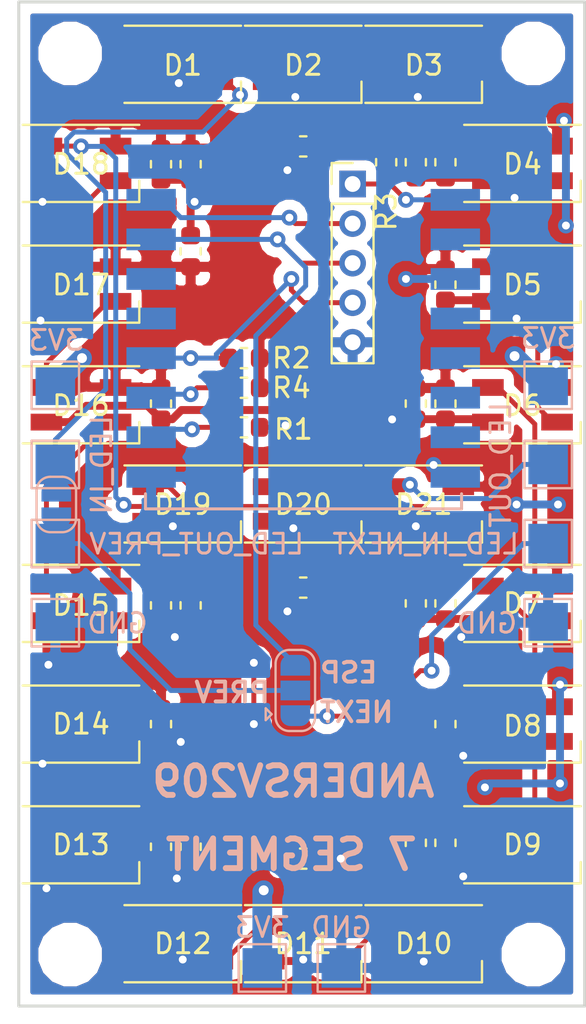
<source format=kicad_pcb>
(kicad_pcb (version 20171130) (host pcbnew "(5.0.1)-4")
  (layers (0 F.Cu signal) (31 B.Cu signal) (34 B.Paste user) (35 F.Paste user) (36 B.SilkS user) (37 F.SilkS user) (38 B.Mask user) (39 F.Mask user) (44 Edge.Cuts user))
  (net 0 "")
  (net 1 GND)
  (net 2 +3V3)
  (net 3 "Net-(D1-Pad1)")
  (net 4 "Net-(D2-Pad1)")
  (net 5 "Net-(D3-Pad1)")
  (net 6 "Net-(D4-Pad1)")
  (net 7 "Net-(D5-Pad1)")
  (net 8 "Net-(D6-Pad1)")
  (net 9 "Net-(D7-Pad1)")
  (net 10 "Net-(D8-Pad1)")
  (net 11 "Net-(D10-Pad3)")
  (net 12 "Net-(D10-Pad1)")
  (net 13 "Net-(D11-Pad1)")
  (net 14 "Net-(D12-Pad1)")
  (net 15 "Net-(D13-Pad1)")
  (net 16 "Net-(D14-Pad1)")
  (net 17 "Net-(D15-Pad1)")
  (net 18 "Net-(D16-Pad1)")
  (net 19 "Net-(D17-Pad1)")
  (net 20 "Net-(D18-Pad1)")
  (net 21 "Net-(D19-Pad1)")
  (net 22 "Net-(D20-Pad1)")
  (net 23 GPIO2)
  (net 24 GPIO0)
  (net 25 RESET)
  (net 26 GPIO15)
  (net 27 LED_IN)
  (net 28 LED_OUT)
  (net 29 LED_OUT_Prev)
  (net 30 LED_IN_NEXT)
  (net 31 ESP_LED)
  (net 32 TX)
  (module TestPoint:TestPoint_Pad_2.0x2.0mm (layer B.Cu) (at 93.33 117.325001)
    (fp_text reference TP10)
    (fp_text value GND (at 0 -2.05) (layer B.SilkS) (effects (justify mirror)))
    (pad 1 smd rect (at 0 0) (size 2 2) (layers B.Cu B.Mask) (net 1 GND))
  )
  (module TestPoint:TestPoint_Pad_2.0x2.0mm (layer B.Cu) (at 89.33 117.325001)
    (fp_text reference TP9)
    (fp_text value 3V3 (at 0 -2.05) (layer B.SilkS) (effects (justify mirror)))
    (pad 1 smd rect (at 0 0) (size 2 2) (layers B.Cu B.Mask) (net 2 +3V3))
  )
  (module Connector_PinHeader_2.00mm:PinHeader_1x05_P2.00mm_Vertical (layer F.Cu) (at 93.9 77.7)
    (fp_text reference J1)
    (fp_text value Conn_01x05)
    (pad 1 thru_hole rect (at 0 0) (size 1.35 1.35) (drill 0.8) (layers *.Cu *.Mask) (net 25 RESET))
    (pad 2 thru_hole oval (at 0 2) (size 1.35 1.35) (drill 0.8) (layers *.Cu *.Mask) (net 32 TX))
    (pad 3 thru_hole oval (at 0 4) (size 1.35 1.35) (drill 0.8) (layers *.Cu *.Mask) (net 31 ESP_LED))
    (pad 4 thru_hole oval (at 0 6) (size 1.35 1.35) (drill 0.8) (layers *.Cu *.Mask) (net 24 GPIO0))
    (pad 5 thru_hole oval (at 0 8) (size 1.35 1.35) (drill 0.8) (layers *.Cu *.Mask) (net 1 GND))
  )
  (module MountingHole:MountingHole_2.2mm_M2 (layer F.Cu) (at 103.05 71.1)
    (fp_text reference H4)
    (fp_text value MountingHole)
    (pad 1 np_thru_hole circle (at 0 0) (size 2.2 2.2) (drill 2.2) (layers *.Cu *.Mask))
  )
  (module MountingHole:MountingHole_2.2mm_M2 (layer F.Cu) (at 103.05 116.65)
    (fp_text reference H3)
    (fp_text value MountingHole)
    (pad 1 np_thru_hole circle (at 0 0) (size 2.2 2.2) (drill 2.2) (layers *.Cu *.Mask))
  )
  (module MountingHole:MountingHole_2.2mm_M2 (layer F.Cu) (at 79.6 116.65)
    (fp_text reference H2)
    (fp_text value MountingHole)
    (pad 1 np_thru_hole circle (at 0 0) (size 2.2 2.2) (drill 2.2) (layers *.Cu *.Mask))
  )
  (module MountingHole:MountingHole_2.2mm_M2 (layer F.Cu) (at 79.6 71.1)
    (fp_text reference H1)
    (fp_text value MountingHole)
    (pad 1 np_thru_hole circle (at 0 0) (size 2.2 2.2) (drill 2.2) (layers *.Cu *.Mask))
  )
  (module TestPoint:TestPoint_Pad_2.0x2.0mm (layer B.Cu) (at 103.8 99.875)
    (fp_text reference TP8)
    (fp_text value GND (at -3.1 0.025) (layer B.SilkS) (effects (justify mirror)))
    (pad 1 smd rect (at 0 0) (size 2 2) (layers B.Cu B.Mask) (net 1 GND))
  )
  (module TestPoint:TestPoint_Pad_2.0x2.0mm (layer B.Cu) (at 78.85 99.875)
    (fp_text reference TP7)
    (fp_text value GND (at 3.15 0.025) (layer B.SilkS) (effects (justify mirror)))
    (pad 1 smd rect (at 0 0) (size 2 2) (layers B.Cu B.Mask) (net 1 GND))
  )
  (module TestPoint:TestPoint_Pad_2.0x2.0mm (layer B.Cu) (at 103.8 95.875)
    (fp_text reference TP6)
    (fp_text value LED_IN_NEXT (at -6.2 0.025) (layer B.SilkS) (effects (justify mirror)))
    (pad 1 smd rect (at 0 0) (size 2 2) (layers B.Cu B.Mask) (net 30 LED_IN_NEXT))
  )
  (module TestPoint:TestPoint_Pad_2.0x2.0mm (layer B.Cu) (at 78.85 95.875)
    (fp_text reference TP5)
    (fp_text value LED_OUT_PREV (at 7.15 0.025) (layer B.SilkS) (effects (justify mirror)))
    (pad 1 smd rect (at 0 0) (size 2 2) (layers B.Cu B.Mask) (net 29 LED_OUT_Prev))
  )
  (module TestPoint:TestPoint_Pad_2.0x2.0mm (layer B.Cu) (at 103.8 91.875)
    (fp_text reference TP4)
    (fp_text value LED_OUT (at -2.4 0.025 90) (layer B.SilkS) (effects (justify mirror)))
    (pad 1 smd rect (at 0 0) (size 2 2) (layers B.Cu B.Mask) (net 28 LED_OUT))
  )
  (module TestPoint:TestPoint_Pad_2.0x2.0mm (layer B.Cu) (at 78.85 91.875)
    (fp_text reference TP3)
    (fp_text value LED_IN (at 2.35 0.025 90) (layer B.SilkS) (effects (justify mirror)))
    (pad 1 smd rect (at 0 0) (size 2 2) (layers B.Cu B.Mask) (net 27 LED_IN))
  )
  (module TestPoint:TestPoint_Pad_2.0x2.0mm (layer B.Cu) (at 78.85 87.875)
    (fp_text reference TP2)
    (fp_text value 3V3 (at 0.05 -2.275 180) (layer B.SilkS) (effects (justify mirror)))
    (pad 1 smd rect (at 0 0) (size 2 2) (layers B.Cu B.Mask) (net 2 +3V3))
  )
  (module TestPoint:TestPoint_Pad_2.0x2.0mm (layer B.Cu) (at 103.8 87.875)
    (fp_text reference TP1)
    (fp_text value 3V3 (at 0 -2.375) (layer B.SilkS) (effects (justify mirror)))
    (pad 1 smd rect (at 0 0) (size 2 2) (layers B.Cu B.Mask) (net 2 +3V3))
  )
  (module Jumper:SolderJumper-2_P1.3mm_Open_RoundedPad1.0x1.5mm (layer B.Cu) (at 78.9 93.9 270)
    (fp_text reference JP2)
    (fp_text value SolderJumper_2_Open)
    (pad 1 smd custom (at -0.65 0 270) (size 1 0.5) (layers B.Cu B.Mask) (net 27 LED_IN) (options (clearance outline) (anchor rect)) (primitives (gr_circle (center 0 -0.25) (end 0.5 -0.25) (width 0)) (gr_circle (center 0 0.25) (end 0.5 0.25) (width 0)) (gr_poly (pts (xy 0 0.75) (xy 0.5 0.75) (xy 0.5 -0.75) (xy 0 -0.75)) (width 0))))
    (pad 2 smd custom (at 0.65 0 270) (size 1 0.5) (layers B.Cu B.Mask) (net 29 LED_OUT_Prev) (options (clearance outline) (anchor rect)) (primitives (gr_circle (center 0 -0.25) (end 0.5 -0.25) (width 0)) (gr_circle (center 0 0.25) (end 0.5 0.25) (width 0)) (gr_poly (pts (xy 0 0.75) (xy -0.5 0.75) (xy -0.5 -0.75) (xy 0 -0.75)) (width 0))))
  )
  (module Jumper:SolderJumper-3_P1.3mm_Open_RoundedPad1.0x1.5mm (layer B.Cu) (at 91 103.3 90)
    (fp_text reference JP1)
    (fp_text value SolderJumper_3_Open)
    (pad 1 smd custom (at -1.3 0 90) (size 1 0.5) (layers B.Cu B.Mask) (net 30 LED_IN_NEXT) (options (clearance outline) (anchor rect)) (primitives (gr_circle (center 0 -0.25) (end 0.5 -0.25) (width 0)) (gr_circle (center 0 0.25) (end 0.5 0.25) (width 0)) (gr_poly (pts (xy 0.55 0.75) (xy 0 0.75) (xy 0 -0.75) (xy 0.55 -0.75)) (width 0))))
    (pad 3 smd custom (at 1.3 0 90) (size 1 0.5) (layers B.Cu B.Mask) (net 31 ESP_LED) (options (clearance outline) (anchor rect)) (primitives (gr_circle (center 0 -0.25) (end 0.5 -0.25) (width 0)) (gr_circle (center 0 0.25) (end 0.5 0.25) (width 0)) (gr_poly (pts (xy -0.55 0.75) (xy 0 0.75) (xy 0 -0.75) (xy -0.55 -0.75)) (width 0))))
    (pad 2 smd rect (at 0 0 90) (size 1 1.5) (layers B.Cu B.Mask) (net 29 LED_OUT_Prev))
  )
  (module ESP8266:ESP-12_SMD (layer B.Cu) (at 98.4 78.5 180)
    (fp_text reference U1)
    (fp_text value ESP-12 hide)
    (pad 16 smd rect (at 14 0 180) (size 2.5 1.1) (drill (offset 0.7 0)) (layers B.Cu B.Paste B.Mask) (net 32 TX))
    (pad 15 smd rect (at 14 -2 180) (size 2.5 1.1) (drill (offset 0.7 0)) (layers B.Cu B.Paste B.Mask) (net 31 ESP_LED))
    (pad 14 smd rect (at 14 -4 180) (size 2.5 1.1) (drill (offset 0.7 0)) (layers B.Cu B.Paste B.Mask))
    (pad 13 smd rect (at 14 -6 180) (size 2.5 1.1) (drill (offset 0.7 0)) (layers B.Cu B.Paste B.Mask))
    (pad 12 smd rect (at 14 -8 180) (size 2.5 1.1) (drill (offset 0.7 0)) (layers B.Cu B.Paste B.Mask) (net 24 GPIO0))
    (pad 11 smd rect (at 14 -10 180) (size 2.5 1.1) (drill (offset 0.7 0)) (layers B.Cu B.Paste B.Mask) (net 23 GPIO2))
    (pad 10 smd rect (at 14 -12 180) (size 2.5 1.1) (drill (offset 0.7 0)) (layers B.Cu B.Paste B.Mask) (net 26 GPIO15))
    (pad 9 smd rect (at 14 -14 180) (size 2.5 1.1) (drill (offset 0.7 0)) (layers B.Cu B.Paste B.Mask) (net 1 GND))
    (pad 8 smd rect (at 0 -14 180) (size 2.5 1.1) (drill (offset -0.7 0)) (layers B.Cu B.Paste B.Mask) (net 2 +3V3))
    (pad 7 smd rect (at 0 -12 180) (size 2.5 1.1) (drill (offset -0.7 0)) (layers B.Cu B.Paste B.Mask))
    (pad 6 smd rect (at 0 -10 180) (size 2.5 1.1) (drill (offset -0.7 0)) (layers B.Cu B.Paste B.Mask))
    (pad 5 smd rect (at 0 -8 180) (size 2.5 1.1) (drill (offset -0.7 0)) (layers B.Cu B.Paste B.Mask))
    (pad 4 smd rect (at 0 -6 180) (size 2.5 1.1) (drill (offset -0.7 0)) (layers B.Cu B.Paste B.Mask))
    (pad 3 smd rect (at 0 -4 180) (size 2.5 1.1) (drill (offset -0.7 0)) (layers B.Cu B.Paste B.Mask) (net 2 +3V3))
    (pad 2 smd rect (at 0 -2 180) (size 2.5 1.1) (drill (offset -0.7 0)) (layers B.Cu B.Paste B.Mask))
    (pad 1 smd rect (at 0 0 180) (size 2.5 1.1) (drill (offset -0.7 0)) (layers B.Cu B.Paste B.Mask) (net 25 RESET))
  )
  (module Resistor_SMD:R_0603_1608Metric (layer F.Cu) (at 88.4 90)
    (fp_text reference R4 (at 2.4 -2) (layer F.SilkS))
    (fp_text value 10K)
    (pad 2 smd roundrect (at 0.7875 0) (size 0.875 0.95) (layers F.Cu F.Paste F.Mask) (net 1 GND))
    (pad 1 smd roundrect (at -0.7875 0) (size 0.875 0.95) (layers F.Cu F.Paste F.Mask) (net 26 GPIO15))
  )
  (module Resistor_SMD:R_0603_1608Metric (layer F.Cu) (at 95.6 76.6 270)
    (fp_text reference R3 (at 2.5 0 270) (layer F.SilkS))
    (fp_text value 10K)
    (pad 1 smd roundrect (at -0.7875 0 270) (size 0.875 0.95) (layers F.Cu F.Paste F.Mask) (net 2 +3V3))
    (pad 2 smd roundrect (at 0.7875 0 270) (size 0.875 0.95) (layers F.Cu F.Paste F.Mask) (net 25 RESET))
  )
  (module Resistor_SMD:R_0603_1608Metric (layer F.Cu) (at 88.4 86.5 180)
    (fp_text reference R2 (at -2.4 0 180) (layer F.SilkS))
    (fp_text value 10K)
    (pad 1 smd roundrect (at -0.7875 0 180) (size 0.875 0.95) (layers F.Cu F.Paste F.Mask) (net 2 +3V3))
    (pad 2 smd roundrect (at 0.7875 0 180) (size 0.875 0.95) (layers F.Cu F.Paste F.Mask) (net 24 GPIO0))
  )
  (module Resistor_SMD:R_0603_1608Metric (layer F.Cu) (at 88.4 88 180)
    (fp_text reference R1 (at -2.5 -2.1 180) (layer F.SilkS))
    (fp_text value 10K)
    (pad 2 smd roundrect (at 0.7875 0 180) (size 0.875 0.95) (layers F.Cu F.Paste F.Mask) (net 23 GPIO2))
    (pad 1 smd roundrect (at -0.7875 0 180) (size 0.875 0.95) (layers F.Cu F.Paste F.Mask) (net 2 +3V3))
  )
  (module Capacitor_SMD:C_0603_1608Metric (layer F.Cu) (at 97.1 88.8 270)
    (fp_text reference C22)
    (fp_text value 100nF)
    (pad 1 smd roundrect (at -0.7875 0 270) (size 0.875 0.95) (layers F.Cu F.Paste F.Mask) (net 2 +3V3))
    (pad 2 smd roundrect (at 0.7875 0 270) (size 0.875 0.95) (layers F.Cu F.Paste F.Mask) (net 1 GND))
  )
  (module Capacitor_SMD:C_0603_1608Metric (layer F.Cu) (at 97.1 98.9 270)
    (fp_text reference C21)
    (fp_text value 100nF)
    (pad 2 smd roundrect (at 0.7875 0 270) (size 0.875 0.95) (layers F.Cu F.Paste F.Mask) (net 1 GND))
    (pad 1 smd roundrect (at -0.7875 0 270) (size 0.875 0.95) (layers F.Cu F.Paste F.Mask) (net 2 +3V3))
  )
  (module Capacitor_SMD:C_0603_1608Metric (layer F.Cu) (at 91.4 98.1 180)
    (fp_text reference C20)
    (fp_text value 100nF)
    (pad 1 smd roundrect (at -0.7875 0 180) (size 0.875 0.95) (layers F.Cu F.Paste F.Mask) (net 2 +3V3))
    (pad 2 smd roundrect (at 0.7875 0 180) (size 0.875 0.95) (layers F.Cu F.Paste F.Mask) (net 1 GND))
  )
  (module Capacitor_SMD:C_0603_1608Metric (layer F.Cu) (at 85.7 99 270)
    (fp_text reference C19)
    (fp_text value 100nF)
    (pad 2 smd roundrect (at 0.7875 0 270) (size 0.875 0.95) (layers F.Cu F.Paste F.Mask) (net 1 GND))
    (pad 1 smd roundrect (at -0.7875 0 270) (size 0.875 0.95) (layers F.Cu F.Paste F.Mask) (net 2 +3V3))
  )
  (module Capacitor_SMD:C_0603_1608Metric (layer F.Cu) (at 84.2 76.7 270)
    (fp_text reference C18)
    (fp_text value 100nF)
    (pad 1 smd roundrect (at -0.7875 0 270) (size 0.875 0.95) (layers F.Cu F.Paste F.Mask) (net 2 +3V3))
    (pad 2 smd roundrect (at 0.7875 0 270) (size 0.875 0.95) (layers F.Cu F.Paste F.Mask) (net 1 GND))
  )
  (module Capacitor_SMD:C_0603_1608Metric (layer F.Cu) (at 85.7 81.1 90)
    (fp_text reference C17)
    (fp_text value 100nF)
    (pad 2 smd roundrect (at 0.7875 0 90) (size 0.875 0.95) (layers F.Cu F.Paste F.Mask) (net 1 GND))
    (pad 1 smd roundrect (at -0.7875 0 90) (size 0.875 0.95) (layers F.Cu F.Paste F.Mask) (net 2 +3V3))
  )
  (module Capacitor_SMD:C_0603_1608Metric (layer F.Cu) (at 84.2 88.8 270)
    (fp_text reference C16)
    (fp_text value 100nF)
    (pad 1 smd roundrect (at -0.7875 0 270) (size 0.875 0.95) (layers F.Cu F.Paste F.Mask) (net 2 +3V3))
    (pad 2 smd roundrect (at 0.7875 0 270) (size 0.875 0.95) (layers F.Cu F.Paste F.Mask) (net 1 GND))
  )
  (module Capacitor_SMD:C_0603_1608Metric (layer F.Cu) (at 84.2 99 270)
    (fp_text reference C15)
    (fp_text value 100nF)
    (pad 2 smd roundrect (at 0.7875 0 270) (size 0.875 0.95) (layers F.Cu F.Paste F.Mask) (net 1 GND))
    (pad 1 smd roundrect (at -0.7875 0 270) (size 0.875 0.95) (layers F.Cu F.Paste F.Mask) (net 2 +3V3))
  )
  (module Capacitor_SMD:C_0603_1608Metric (layer F.Cu) (at 84.2 105 270)
    (fp_text reference C14)
    (fp_text value 100nF)
    (pad 2 smd roundrect (at 0.7875 0 270) (size 0.875 0.95) (layers F.Cu F.Paste F.Mask) (net 1 GND))
    (pad 1 smd roundrect (at -0.7875 0 270) (size 0.875 0.95) (layers F.Cu F.Paste F.Mask) (net 2 +3V3))
  )
  (module Capacitor_SMD:C_0603_1608Metric (layer F.Cu) (at 84.2 111.2 270)
    (fp_text reference C13)
    (fp_text value 100nF)
    (pad 2 smd roundrect (at 0.7875 0 270) (size 0.875 0.95) (layers F.Cu F.Paste F.Mask) (net 1 GND))
    (pad 1 smd roundrect (at -0.7875 0 270) (size 0.875 0.95) (layers F.Cu F.Paste F.Mask) (net 2 +3V3))
  )
  (module Capacitor_SMD:C_0603_1608Metric (layer F.Cu) (at 85.7 111.2 270)
    (fp_text reference C12)
    (fp_text value 100nF)
    (pad 1 smd roundrect (at -0.7875 0 270) (size 0.875 0.95) (layers F.Cu F.Paste F.Mask) (net 2 +3V3))
    (pad 2 smd roundrect (at 0.7875 0 270) (size 0.875 0.95) (layers F.Cu F.Paste F.Mask) (net 1 GND))
  )
  (module Capacitor_SMD:C_0603_1608Metric (layer F.Cu) (at 91.4 111.8)
    (fp_text reference C11)
    (fp_text value 100nF)
    (pad 2 smd roundrect (at 0.7875 0) (size 0.875 0.95) (layers F.Cu F.Paste F.Mask) (net 1 GND))
    (pad 1 smd roundrect (at -0.7875 0) (size 0.875 0.95) (layers F.Cu F.Paste F.Mask) (net 2 +3V3))
  )
  (module Capacitor_SMD:C_0603_1608Metric (layer F.Cu) (at 97.1 111 270)
    (fp_text reference C10)
    (fp_text value 100nF)
    (pad 1 smd roundrect (at -0.7875 0 270) (size 0.875 0.95) (layers F.Cu F.Paste F.Mask) (net 2 +3V3))
    (pad 2 smd roundrect (at 0.7875 0 270) (size 0.875 0.95) (layers F.Cu F.Paste F.Mask) (net 1 GND))
  )
  (module Capacitor_SMD:C_0603_1608Metric (layer F.Cu) (at 98.6 111 270)
    (fp_text reference C9)
    (fp_text value 100nF)
    (pad 2 smd roundrect (at 0.7875 0 270) (size 0.875 0.95) (layers F.Cu F.Paste F.Mask) (net 1 GND))
    (pad 1 smd roundrect (at -0.7875 0 270) (size 0.875 0.95) (layers F.Cu F.Paste F.Mask) (net 2 +3V3))
  )
  (module Capacitor_SMD:C_0603_1608Metric (layer F.Cu) (at 98.6 105 270)
    (fp_text reference C8)
    (fp_text value 100nF)
    (pad 1 smd roundrect (at -0.7875 0 270) (size 0.875 0.95) (layers F.Cu F.Paste F.Mask) (net 2 +3V3))
    (pad 2 smd roundrect (at 0.7875 0 270) (size 0.875 0.95) (layers F.Cu F.Paste F.Mask) (net 1 GND))
  )
  (module Capacitor_SMD:C_0603_1608Metric (layer F.Cu) (at 98.6 98.9 270)
    (fp_text reference C7)
    (fp_text value 100nF)
    (pad 2 smd roundrect (at 0.7875 0 270) (size 0.875 0.95) (layers F.Cu F.Paste F.Mask) (net 1 GND))
    (pad 1 smd roundrect (at -0.7875 0 270) (size 0.875 0.95) (layers F.Cu F.Paste F.Mask) (net 2 +3V3))
  )
  (module Capacitor_SMD:C_0603_1608Metric (layer F.Cu) (at 98.6 88.8 270)
    (fp_text reference C6)
    (fp_text value 100nF)
    (pad 1 smd roundrect (at -0.7875 0 270) (size 0.875 0.95) (layers F.Cu F.Paste F.Mask) (net 2 +3V3))
    (pad 2 smd roundrect (at 0.7875 0 270) (size 0.875 0.95) (layers F.Cu F.Paste F.Mask) (net 1 GND))
  )
  (module Capacitor_SMD:C_0603_1608Metric (layer F.Cu) (at 98.6 82.7875 270)
    (fp_text reference C5)
    (fp_text value 100nF)
    (pad 2 smd roundrect (at 0.7875 0 270) (size 0.875 0.95) (layers F.Cu F.Paste F.Mask) (net 1 GND))
    (pad 1 smd roundrect (at -0.7875 0 270) (size 0.875 0.95) (layers F.Cu F.Paste F.Mask) (net 2 +3V3))
  )
  (module Capacitor_SMD:C_0603_1608Metric (layer F.Cu) (at 98.6 76.6 270)
    (fp_text reference C4)
    (fp_text value 100nF)
    (pad 1 smd roundrect (at -0.7875 0 270) (size 0.875 0.95) (layers F.Cu F.Paste F.Mask) (net 2 +3V3))
    (pad 2 smd roundrect (at 0.7875 0 270) (size 0.875 0.95) (layers F.Cu F.Paste F.Mask) (net 1 GND))
  )
  (module Capacitor_SMD:C_0603_1608Metric (layer F.Cu) (at 97.1 76.6 270)
    (fp_text reference C3)
    (fp_text value 100nF)
    (pad 2 smd roundrect (at 0.7875 0 270) (size 0.875 0.95) (layers F.Cu F.Paste F.Mask) (net 1 GND))
    (pad 1 smd roundrect (at -0.7875 0 270) (size 0.875 0.95) (layers F.Cu F.Paste F.Mask) (net 2 +3V3))
  )
  (module Capacitor_SMD:C_0603_1608Metric (layer F.Cu) (at 91.4 75.8 180)
    (fp_text reference C2)
    (fp_text value 100nF)
    (pad 1 smd roundrect (at -0.7875 0 180) (size 0.875 0.95) (layers F.Cu F.Paste F.Mask) (net 2 +3V3))
    (pad 2 smd roundrect (at 0.7875 0 180) (size 0.875 0.95) (layers F.Cu F.Paste F.Mask) (net 1 GND))
  )
  (module Capacitor_SMD:C_0603_1608Metric (layer F.Cu) (at 85.7 76.7 270)
    (fp_text reference C1)
    (fp_text value 100nF)
    (pad 2 smd roundrect (at 0.7875 0 270) (size 0.875 0.95) (layers F.Cu F.Paste F.Mask) (net 1 GND))
    (pad 1 smd roundrect (at -0.7875 0 270) (size 0.875 0.95) (layers F.Cu F.Paste F.Mask) (net 2 +3V3))
  )
  (module mylib:LED_SK6812MINI_PLCC4_3.5x3.5mm_P1.75mm (layer F.Cu) (at 85.3 71.65)
    (fp_text reference D1 (at 0 0.05) (layer F.SilkS))
    (fp_text value SK6812MINI)
    (pad 3 smd rect (at 1.75 0.875) (size 1.6 0.85) (layers F.Cu F.Paste F.Mask) (net 27 LED_IN))
    (pad 4 smd rect (at 1.75 -0.875) (size 1.6 0.85) (layers F.Cu F.Paste F.Mask) (net 2 +3V3))
    (pad 2 smd rect (at -1.75 0.875) (size 1.6 0.85) (layers F.Cu F.Paste F.Mask) (net 1 GND))
    (pad 1 smd rect (at -1.75 -0.875) (size 1.6 0.85) (layers F.Cu F.Paste F.Mask) (net 3 "Net-(D1-Pad1)"))
  )
  (module mylib:LED_SK6812MINI_PLCC4_3.5x3.5mm_P1.75mm (layer F.Cu) (at 91.4 71.65)
    (fp_text reference D2 (at 0 0.05) (layer F.SilkS))
    (fp_text value SK6812MINI)
    (pad 1 smd rect (at -1.75 -0.875) (size 1.6 0.85) (layers F.Cu F.Paste F.Mask) (net 4 "Net-(D2-Pad1)"))
    (pad 2 smd rect (at -1.75 0.875) (size 1.6 0.85) (layers F.Cu F.Paste F.Mask) (net 1 GND))
    (pad 4 smd rect (at 1.75 -0.875) (size 1.6 0.85) (layers F.Cu F.Paste F.Mask) (net 2 +3V3))
    (pad 3 smd rect (at 1.75 0.875) (size 1.6 0.85) (layers F.Cu F.Paste F.Mask) (net 3 "Net-(D1-Pad1)"))
  )
  (module mylib:LED_SK6812MINI_PLCC4_3.5x3.5mm_P1.75mm (layer F.Cu) (at 97.5 71.65)
    (fp_text reference D3 (at 0 0.05) (layer F.SilkS))
    (fp_text value SK6812MINI)
    (pad 3 smd rect (at 1.75 0.875) (size 1.6 0.85) (layers F.Cu F.Paste F.Mask) (net 4 "Net-(D2-Pad1)"))
    (pad 4 smd rect (at 1.75 -0.875) (size 1.6 0.85) (layers F.Cu F.Paste F.Mask) (net 2 +3V3))
    (pad 2 smd rect (at -1.75 0.875) (size 1.6 0.85) (layers F.Cu F.Paste F.Mask) (net 1 GND))
    (pad 1 smd rect (at -1.75 -0.875) (size 1.6 0.85) (layers F.Cu F.Paste F.Mask) (net 5 "Net-(D3-Pad1)"))
  )
  (module mylib:LED_SK6812MINI_PLCC4_3.5x3.5mm_P1.75mm (layer F.Cu) (at 102.5 76.66)
    (fp_text reference D4 (at 0 0.04) (layer F.SilkS))
    (fp_text value SK6812MINI)
    (pad 3 smd rect (at 1.75 0.875) (size 1.6 0.85) (layers F.Cu F.Paste F.Mask) (net 5 "Net-(D3-Pad1)"))
    (pad 4 smd rect (at 1.75 -0.875) (size 1.6 0.85) (layers F.Cu F.Paste F.Mask) (net 2 +3V3))
    (pad 2 smd rect (at -1.75 0.875) (size 1.6 0.85) (layers F.Cu F.Paste F.Mask) (net 1 GND))
    (pad 1 smd rect (at -1.75 -0.875) (size 1.6 0.85) (layers F.Cu F.Paste F.Mask) (net 6 "Net-(D4-Pad1)"))
  )
  (module mylib:LED_SK6812MINI_PLCC4_3.5x3.5mm_P1.75mm (layer F.Cu) (at 102.5 82.76)
    (fp_text reference D5 (at 0 0.04) (layer F.SilkS))
    (fp_text value SK6812MINI)
    (pad 1 smd rect (at -1.75 -0.875) (size 1.6 0.85) (layers F.Cu F.Paste F.Mask) (net 7 "Net-(D5-Pad1)"))
    (pad 2 smd rect (at -1.75 0.875) (size 1.6 0.85) (layers F.Cu F.Paste F.Mask) (net 1 GND))
    (pad 4 smd rect (at 1.75 -0.875) (size 1.6 0.85) (layers F.Cu F.Paste F.Mask) (net 2 +3V3))
    (pad 3 smd rect (at 1.75 0.875) (size 1.6 0.85) (layers F.Cu F.Paste F.Mask) (net 6 "Net-(D4-Pad1)"))
  )
  (module mylib:LED_SK6812MINI_PLCC4_3.5x3.5mm_P1.75mm (layer F.Cu) (at 102.5 88.86)
    (fp_text reference D6 (at 0 0.04) (layer F.SilkS))
    (fp_text value SK6812MINI)
    (pad 3 smd rect (at 1.75 0.875) (size 1.6 0.85) (layers F.Cu F.Paste F.Mask) (net 7 "Net-(D5-Pad1)"))
    (pad 4 smd rect (at 1.75 -0.875) (size 1.6 0.85) (layers F.Cu F.Paste F.Mask) (net 2 +3V3))
    (pad 2 smd rect (at -1.75 0.875) (size 1.6 0.85) (layers F.Cu F.Paste F.Mask) (net 1 GND))
    (pad 1 smd rect (at -1.75 -0.875) (size 1.6 0.85) (layers F.Cu F.Paste F.Mask) (net 8 "Net-(D6-Pad1)"))
  )
  (module mylib:LED_SK6812MINI_PLCC4_3.5x3.5mm_P1.75mm (layer F.Cu) (at 102.5 98.9)
    (fp_text reference D7 (at 0 0) (layer F.SilkS))
    (fp_text value SK6812MINI)
    (pad 1 smd rect (at -1.75 -0.875) (size 1.6 0.85) (layers F.Cu F.Paste F.Mask) (net 9 "Net-(D7-Pad1)"))
    (pad 2 smd rect (at -1.75 0.875) (size 1.6 0.85) (layers F.Cu F.Paste F.Mask) (net 1 GND))
    (pad 4 smd rect (at 1.75 -0.875) (size 1.6 0.85) (layers F.Cu F.Paste F.Mask) (net 2 +3V3))
    (pad 3 smd rect (at 1.75 0.875) (size 1.6 0.85) (layers F.Cu F.Paste F.Mask) (net 8 "Net-(D6-Pad1)"))
  )
  (module mylib:LED_SK6812MINI_PLCC4_3.5x3.5mm_P1.75mm (layer F.Cu) (at 102.5 105)
    (fp_text reference D8 (at 0 0.1) (layer F.SilkS))
    (fp_text value SK6812MINI)
    (pad 3 smd rect (at 1.75 0.875) (size 1.6 0.85) (layers F.Cu F.Paste F.Mask) (net 9 "Net-(D7-Pad1)"))
    (pad 4 smd rect (at 1.75 -0.875) (size 1.6 0.85) (layers F.Cu F.Paste F.Mask) (net 2 +3V3))
    (pad 2 smd rect (at -1.75 0.875) (size 1.6 0.85) (layers F.Cu F.Paste F.Mask) (net 1 GND))
    (pad 1 smd rect (at -1.75 -0.875) (size 1.6 0.85) (layers F.Cu F.Paste F.Mask) (net 10 "Net-(D8-Pad1)"))
  )
  (module mylib:LED_SK6812MINI_PLCC4_3.5x3.5mm_P1.75mm (layer F.Cu) (at 102.5 111.1)
    (fp_text reference D9 (at 0 0) (layer F.SilkS))
    (fp_text value SK6812MINI)
    (pad 1 smd rect (at -1.75 -0.875) (size 1.6 0.85) (layers F.Cu F.Paste F.Mask) (net 11 "Net-(D10-Pad3)"))
    (pad 2 smd rect (at -1.75 0.875) (size 1.6 0.85) (layers F.Cu F.Paste F.Mask) (net 1 GND))
    (pad 4 smd rect (at 1.75 -0.875) (size 1.6 0.85) (layers F.Cu F.Paste F.Mask) (net 2 +3V3))
    (pad 3 smd rect (at 1.75 0.875) (size 1.6 0.85) (layers F.Cu F.Paste F.Mask) (net 10 "Net-(D8-Pad1)"))
  )
  (module mylib:LED_SK6812MINI_PLCC4_3.5x3.5mm_P1.75mm (layer F.Cu) (at 97.5 116.1)
    (fp_text reference D10 (at 0 0) (layer F.SilkS))
    (fp_text value SK6812MINI)
    (pad 3 smd rect (at 1.75 0.875) (size 1.6 0.85) (layers F.Cu F.Paste F.Mask) (net 11 "Net-(D10-Pad3)"))
    (pad 4 smd rect (at 1.75 -0.875) (size 1.6 0.85) (layers F.Cu F.Paste F.Mask) (net 2 +3V3))
    (pad 2 smd rect (at -1.75 0.875) (size 1.6 0.85) (layers F.Cu F.Paste F.Mask) (net 1 GND))
    (pad 1 smd rect (at -1.75 -0.875) (size 1.6 0.85) (layers F.Cu F.Paste F.Mask) (net 12 "Net-(D10-Pad1)"))
  )
  (module mylib:LED_SK6812MINI_PLCC4_3.5x3.5mm_P1.75mm (layer F.Cu) (at 91.4 116.1)
    (fp_text reference D11 (at 0 0) (layer F.SilkS))
    (fp_text value SK6812MINI)
    (pad 1 smd rect (at -1.75 -0.875) (size 1.6 0.85) (layers F.Cu F.Paste F.Mask) (net 13 "Net-(D11-Pad1)"))
    (pad 2 smd rect (at -1.75 0.875) (size 1.6 0.85) (layers F.Cu F.Paste F.Mask) (net 1 GND))
    (pad 4 smd rect (at 1.75 -0.875) (size 1.6 0.85) (layers F.Cu F.Paste F.Mask) (net 2 +3V3))
    (pad 3 smd rect (at 1.75 0.875) (size 1.6 0.85) (layers F.Cu F.Paste F.Mask) (net 12 "Net-(D10-Pad1)"))
  )
  (module mylib:LED_SK6812MINI_PLCC4_3.5x3.5mm_P1.75mm (layer F.Cu) (at 85.3 116.1)
    (fp_text reference D12 (at 0 0) (layer F.SilkS))
    (fp_text value SK6812MINI)
    (pad 1 smd rect (at -1.75 -0.875) (size 1.6 0.85) (layers F.Cu F.Paste F.Mask) (net 14 "Net-(D12-Pad1)"))
    (pad 2 smd rect (at -1.75 0.875) (size 1.6 0.85) (layers F.Cu F.Paste F.Mask) (net 1 GND))
    (pad 4 smd rect (at 1.75 -0.875) (size 1.6 0.85) (layers F.Cu F.Paste F.Mask) (net 2 +3V3))
    (pad 3 smd rect (at 1.75 0.875) (size 1.6 0.85) (layers F.Cu F.Paste F.Mask) (net 13 "Net-(D11-Pad1)"))
  )
  (module mylib:LED_SK6812MINI_PLCC4_3.5x3.5mm_P1.75mm (layer F.Cu) (at 80.15 111.1)
    (fp_text reference D13 (at 0 0) (layer F.SilkS))
    (fp_text value SK6812MINI)
    (pad 1 smd rect (at -1.75 -0.875) (size 1.6 0.85) (layers F.Cu F.Paste F.Mask) (net 15 "Net-(D13-Pad1)"))
    (pad 2 smd rect (at -1.75 0.875) (size 1.6 0.85) (layers F.Cu F.Paste F.Mask) (net 1 GND))
    (pad 4 smd rect (at 1.75 -0.875) (size 1.6 0.85) (layers F.Cu F.Paste F.Mask) (net 2 +3V3))
    (pad 3 smd rect (at 1.75 0.875) (size 1.6 0.85) (layers F.Cu F.Paste F.Mask) (net 14 "Net-(D12-Pad1)"))
  )
  (module mylib:LED_SK6812MINI_PLCC4_3.5x3.5mm_P1.75mm (layer F.Cu) (at 80.15 105)
    (fp_text reference D14 (at 0 0) (layer F.SilkS))
    (fp_text value SK6812MINI)
    (pad 3 smd rect (at 1.75 0.875) (size 1.6 0.85) (layers F.Cu F.Paste F.Mask) (net 15 "Net-(D13-Pad1)"))
    (pad 4 smd rect (at 1.75 -0.875) (size 1.6 0.85) (layers F.Cu F.Paste F.Mask) (net 2 +3V3))
    (pad 2 smd rect (at -1.75 0.875) (size 1.6 0.85) (layers F.Cu F.Paste F.Mask) (net 1 GND))
    (pad 1 smd rect (at -1.75 -0.875) (size 1.6 0.85) (layers F.Cu F.Paste F.Mask) (net 16 "Net-(D14-Pad1)"))
  )
  (module mylib:LED_SK6812MINI_PLCC4_3.5x3.5mm_P1.75mm (layer F.Cu) (at 80.15 98.9)
    (fp_text reference D15 (at 0 0.1) (layer F.SilkS))
    (fp_text value SK6812MINI)
    (pad 1 smd rect (at -1.75 -0.875) (size 1.6 0.85) (layers F.Cu F.Paste F.Mask) (net 17 "Net-(D15-Pad1)"))
    (pad 2 smd rect (at -1.75 0.875) (size 1.6 0.85) (layers F.Cu F.Paste F.Mask) (net 1 GND))
    (pad 4 smd rect (at 1.75 -0.875) (size 1.6 0.85) (layers F.Cu F.Paste F.Mask) (net 2 +3V3))
    (pad 3 smd rect (at 1.75 0.875) (size 1.6 0.85) (layers F.Cu F.Paste F.Mask) (net 16 "Net-(D14-Pad1)"))
  )
  (module mylib:LED_SK6812MINI_PLCC4_3.5x3.5mm_P1.75mm (layer F.Cu) (at 80.15 88.86)
    (fp_text reference D16 (at 0 0.04) (layer F.SilkS))
    (fp_text value SK6812MINI)
    (pad 3 smd rect (at 1.75 0.875) (size 1.6 0.85) (layers F.Cu F.Paste F.Mask) (net 17 "Net-(D15-Pad1)"))
    (pad 4 smd rect (at 1.75 -0.875) (size 1.6 0.85) (layers F.Cu F.Paste F.Mask) (net 2 +3V3))
    (pad 2 smd rect (at -1.75 0.875) (size 1.6 0.85) (layers F.Cu F.Paste F.Mask) (net 1 GND))
    (pad 1 smd rect (at -1.75 -0.875) (size 1.6 0.85) (layers F.Cu F.Paste F.Mask) (net 18 "Net-(D16-Pad1)"))
  )
  (module mylib:LED_SK6812MINI_PLCC4_3.5x3.5mm_P1.75mm (layer F.Cu) (at 80.15 82.76)
    (fp_text reference D17 (at 0 0.04) (layer F.SilkS))
    (fp_text value SK6812MINI)
    (pad 1 smd rect (at -1.75 -0.875) (size 1.6 0.85) (layers F.Cu F.Paste F.Mask) (net 19 "Net-(D17-Pad1)"))
    (pad 2 smd rect (at -1.75 0.875) (size 1.6 0.85) (layers F.Cu F.Paste F.Mask) (net 1 GND))
    (pad 4 smd rect (at 1.75 -0.875) (size 1.6 0.85) (layers F.Cu F.Paste F.Mask) (net 2 +3V3))
    (pad 3 smd rect (at 1.75 0.875) (size 1.6 0.85) (layers F.Cu F.Paste F.Mask) (net 18 "Net-(D16-Pad1)"))
  )
  (module mylib:LED_SK6812MINI_PLCC4_3.5x3.5mm_P1.75mm (layer F.Cu) (at 80.15 76.66)
    (fp_text reference D18 (at 0 0.04) (layer F.SilkS))
    (fp_text value SK6812MINI)
    (pad 3 smd rect (at 1.75 0.875) (size 1.6 0.85) (layers F.Cu F.Paste F.Mask) (net 19 "Net-(D17-Pad1)"))
    (pad 4 smd rect (at 1.75 -0.875) (size 1.6 0.85) (layers F.Cu F.Paste F.Mask) (net 2 +3V3))
    (pad 2 smd rect (at -1.75 0.875) (size 1.6 0.85) (layers F.Cu F.Paste F.Mask) (net 1 GND))
    (pad 1 smd rect (at -1.75 -0.875) (size 1.6 0.85) (layers F.Cu F.Paste F.Mask) (net 20 "Net-(D18-Pad1)"))
  )
  (module mylib:LED_SK6812MINI_PLCC4_3.5x3.5mm_P1.75mm (layer F.Cu) (at 85.3 93.875)
    (fp_text reference D19 (at 0 0.025) (layer F.SilkS))
    (fp_text value SK6812MINI)
    (pad 1 smd rect (at -1.75 -0.875) (size 1.6 0.85) (layers F.Cu F.Paste F.Mask) (net 21 "Net-(D19-Pad1)"))
    (pad 2 smd rect (at -1.75 0.875) (size 1.6 0.85) (layers F.Cu F.Paste F.Mask) (net 1 GND))
    (pad 4 smd rect (at 1.75 -0.875) (size 1.6 0.85) (layers F.Cu F.Paste F.Mask) (net 2 +3V3))
    (pad 3 smd rect (at 1.75 0.875) (size 1.6 0.85) (layers F.Cu F.Paste F.Mask) (net 20 "Net-(D18-Pad1)"))
  )
  (module mylib:LED_SK6812MINI_PLCC4_3.5x3.5mm_P1.75mm (layer F.Cu) (at 91.4 93.875)
    (fp_text reference D20 (at 0 0.025) (layer F.SilkS))
    (fp_text value SK6812MINI)
    (pad 3 smd rect (at 1.75 0.875) (size 1.6 0.85) (layers F.Cu F.Paste F.Mask) (net 21 "Net-(D19-Pad1)"))
    (pad 4 smd rect (at 1.75 -0.875) (size 1.6 0.85) (layers F.Cu F.Paste F.Mask) (net 2 +3V3))
    (pad 2 smd rect (at -1.75 0.875) (size 1.6 0.85) (layers F.Cu F.Paste F.Mask) (net 1 GND))
    (pad 1 smd rect (at -1.75 -0.875) (size 1.6 0.85) (layers F.Cu F.Paste F.Mask) (net 22 "Net-(D20-Pad1)"))
  )
  (module mylib:LED_SK6812MINI_PLCC4_3.5x3.5mm_P1.75mm (layer F.Cu) (at 97.5 93.875)
    (fp_text reference D21 (at 0 0.025) (layer F.SilkS))
    (fp_text value SK6812MINI)
    (pad 1 smd rect (at -1.75 -0.875) (size 1.6 0.85) (layers F.Cu F.Paste F.Mask) (net 28 LED_OUT))
    (pad 2 smd rect (at -1.75 0.875) (size 1.6 0.85) (layers F.Cu F.Paste F.Mask) (net 1 GND))
    (pad 4 smd rect (at 1.75 -0.875) (size 1.6 0.85) (layers F.Cu F.Paste F.Mask) (net 2 +3V3))
    (pad 3 smd rect (at 1.75 0.875) (size 1.6 0.85) (layers F.Cu F.Paste F.Mask) (net 22 "Net-(D20-Pad1)"))
  )
  (gr_text "7 SEGMENT" (at 90.8 111.6) (layer B.SilkS) (effects (font (size 1.5 1.5) (thickness 0.3)) (justify mirror)))
  (gr_text ANDERSV209 (at 90.9 107.9) (layer B.SilkS) (effects (font (size 1.5 1.5) (thickness 0.3)) (justify mirror)))
  (gr_text PREV (at 87.8 103.4) (layer B.SilkS) (effects (font (size 1 1) (thickness 0.2)) (justify mirror)))
  (gr_text NEXT (at 94.1 104.4) (layer B.SilkS) (effects (font (size 1 1) (thickness 0.2)) (justify mirror)))
  (gr_text ESP (at 93.7 102.4) (layer B.SilkS) (effects (font (size 1 1) (thickness 0.2)) (justify mirror)))
  (gr_line (start 77 68.5) (end 77 119.25) (layer Edge.Cuts) (width 0.15))
  (gr_line (start 105.65 68.5) (end 77 68.5) (layer Edge.Cuts) (width 0.15))
  (gr_line (start 105.65 119.25) (end 105.65 68.5) (layer Edge.Cuts) (width 0.15))
  (gr_line (start 77 119.25) (end 105.65 119.25) (layer Edge.Cuts) (width 0.15))
  (via (at 90.5 89.9) (size 0.8) (drill 0.4) (layers F.Cu B.Cu) (net 1))
  (segment (start 89.1875 90) (end 90.4 90) (width 0.25) (layer F.Cu) (net 1))
  (segment (start 90.4 90) (end 90.5 89.9) (width 0.25) (layer F.Cu) (net 1))
  (via (at 85.3 116.9) (size 0.8) (drill 0.4) (layers F.Cu B.Cu) (net 1))
  (segment (start 83.55 116.975) (end 85.225 116.975) (width 0.4) (layer F.Cu) (net 1))
  (segment (start 85.225 116.975) (end 85.3 116.9) (width 0.4) (layer F.Cu) (net 1))
  (via (at 91.4 116.9) (size 0.8) (drill 0.4) (layers F.Cu B.Cu) (net 1))
  (segment (start 89.65 116.975) (end 91.325 116.975) (width 0.4) (layer F.Cu) (net 1))
  (segment (start 91.325 116.975) (end 91.4 116.9) (width 0.4) (layer F.Cu) (net 1))
  (via (at 97.5 117) (size 0.8) (drill 0.4) (layers F.Cu B.Cu) (net 1))
  (segment (start 95.75 116.975) (end 97.475 116.975) (width 0.4) (layer F.Cu) (net 1))
  (segment (start 97.475 116.975) (end 97.5 117) (width 0.4) (layer F.Cu) (net 1))
  (via (at 78.4 113.3) (size 0.8) (drill 0.4) (layers F.Cu B.Cu) (net 1))
  (segment (start 78.4 111.975) (end 78.4 113.3) (width 0.4) (layer F.Cu) (net 1))
  (via (at 85 112.8) (size 0.8) (drill 0.4) (layers F.Cu B.Cu) (net 1))
  (segment (start 85 111.9875) (end 85 112.8) (width 0.4) (layer F.Cu) (net 1))
  (segment (start 84.2 111.9875) (end 85 111.9875) (width 0.4) (layer F.Cu) (net 1))
  (segment (start 85 111.9875) (end 85.7 111.9875) (width 0.4) (layer F.Cu) (net 1))
  (via (at 93.3 111.8) (size 0.8) (drill 0.4) (layers F.Cu B.Cu) (net 1))
  (segment (start 92.1875 111.8) (end 93.3 111.8) (width 0.4) (layer F.Cu) (net 1))
  (segment (start 97.1 111.7875) (end 98.6 111.7875) (width 0.4) (layer F.Cu) (net 1))
  (segment (start 100.5625 111.7875) (end 100.75 111.975) (width 0.4) (layer F.Cu) (net 1))
  (via (at 99.5 112.7) (size 0.8) (drill 0.4) (layers F.Cu B.Cu) (net 1))
  (segment (start 99.6 112.6) (end 99.5 112.7) (width 0.4) (layer F.Cu) (net 1))
  (segment (start 99.6 111.7875) (end 99.6 112.6) (width 0.4) (layer F.Cu) (net 1))
  (segment (start 98.6 111.7875) (end 99.6 111.7875) (width 0.4) (layer F.Cu) (net 1))
  (segment (start 99.6 111.7875) (end 100.5625 111.7875) (width 0.4) (layer F.Cu) (net 1))
  (segment (start 98.6875 105.875) (end 98.6 105.7875) (width 0.4) (layer F.Cu) (net 1))
  (via (at 99.5 106.6) (size 0.8) (drill 0.4) (layers F.Cu B.Cu) (net 1))
  (segment (start 99.6 106.5) (end 99.5 106.6) (width 0.4) (layer F.Cu) (net 1))
  (segment (start 99.6 105.875) (end 99.6 106.5) (width 0.4) (layer F.Cu) (net 1))
  (segment (start 100.75 105.875) (end 99.6 105.875) (width 0.4) (layer F.Cu) (net 1))
  (segment (start 99.6 105.875) (end 98.6875 105.875) (width 0.4) (layer F.Cu) (net 1))
  (segment (start 97.1 99.6875) (end 98.6 99.6875) (width 0.4) (layer F.Cu) (net 1))
  (segment (start 100.6625 99.6875) (end 100.75 99.775) (width 0.4) (layer F.Cu) (net 1))
  (via (at 99.4 100.6) (size 0.8) (drill 0.4) (layers F.Cu B.Cu) (net 1))
  (segment (start 99.5 100.5) (end 99.4 100.6) (width 0.4) (layer F.Cu) (net 1))
  (segment (start 99.5 99.6875) (end 99.5 100.5) (width 0.4) (layer F.Cu) (net 1))
  (segment (start 98.6 99.6875) (end 99.5 99.6875) (width 0.4) (layer F.Cu) (net 1))
  (segment (start 99.5 99.6875) (end 100.6625 99.6875) (width 0.4) (layer F.Cu) (net 1))
  (via (at 84.9 100.6) (size 0.8) (drill 0.4) (layers F.Cu B.Cu) (net 1))
  (segment (start 84.9 99.7875) (end 84.9 100.6) (width 0.4) (layer F.Cu) (net 1))
  (segment (start 85.7 99.7875) (end 84.9 99.7875) (width 0.4) (layer F.Cu) (net 1))
  (segment (start 84.9 99.7875) (end 84.2 99.7875) (width 0.4) (layer F.Cu) (net 1))
  (via (at 85.2 105.9) (size 0.8) (drill 0.4) (layers F.Cu B.Cu) (net 1))
  (segment (start 84.2 105.7875) (end 85.0875 105.7875) (width 0.4) (layer F.Cu) (net 1))
  (segment (start 85.0875 105.7875) (end 85.2 105.9) (width 0.4) (layer F.Cu) (net 1))
  (via (at 78.2 107) (size 0.8) (drill 0.4) (layers F.Cu B.Cu) (net 1))
  (segment (start 78.4 105.875) (end 78.4 106.8) (width 0.4) (layer F.Cu) (net 1))
  (segment (start 78.4 106.8) (end 78.2 107) (width 0.4) (layer F.Cu) (net 1))
  (segment (start 97.1 89.5875) (end 98.6 89.5875) (width 0.4) (layer F.Cu) (net 1))
  (segment (start 100.6025 89.5875) (end 100.75 89.735) (width 0.4) (layer F.Cu) (net 1))
  (segment (start 98.6 89.5875) (end 100.6025 89.5875) (width 0.4) (layer F.Cu) (net 1))
  (segment (start 100.69 83.575) (end 100.75 83.635) (width 0.4) (layer F.Cu) (net 1))
  (segment (start 98.6 83.575) (end 100.69 83.575) (width 0.4) (layer F.Cu) (net 1))
  (via (at 102.2 84.5) (size 0.8) (drill 0.4) (layers F.Cu B.Cu) (net 1))
  (segment (start 100.75 83.635) (end 101.335 83.635) (width 0.4) (layer F.Cu) (net 1))
  (segment (start 101.335 83.635) (end 102.2 84.5) (width 0.4) (layer F.Cu) (net 1))
  (segment (start 97.1 77.3875) (end 98.6 77.3875) (width 0.4) (layer F.Cu) (net 1))
  (segment (start 100.6025 77.3875) (end 100.75 77.535) (width 0.4) (layer F.Cu) (net 1))
  (segment (start 98.6 77.3875) (end 100.6025 77.3875) (width 0.4) (layer F.Cu) (net 1))
  (via (at 102.1 78.4) (size 0.8) (drill 0.4) (layers F.Cu B.Cu) (net 1))
  (segment (start 100.75 77.535) (end 101.235 77.535) (width 0.4) (layer F.Cu) (net 1))
  (segment (start 101.235 77.535) (end 102.1 78.4) (width 0.4) (layer F.Cu) (net 1))
  (via (at 97.2 73.3) (size 0.8) (drill 0.4) (layers F.Cu B.Cu) (net 1))
  (segment (start 95.75 72.525) (end 96.425 72.525) (width 0.4) (layer F.Cu) (net 1))
  (segment (start 96.425 72.525) (end 97.2 73.3) (width 0.4) (layer F.Cu) (net 1))
  (via (at 91 73.3) (size 0.8) (drill 0.4) (layers F.Cu B.Cu) (net 1))
  (segment (start 89.65 72.525) (end 90.225 72.525) (width 0.4) (layer F.Cu) (net 1))
  (segment (start 90.225 72.525) (end 91 73.3) (width 0.4) (layer F.Cu) (net 1))
  (via (at 90.6 77) (size 0.8) (drill 0.4) (layers F.Cu B.Cu) (net 1))
  (segment (start 90.6125 75.8) (end 90.6125 76.9875) (width 0.4) (layer F.Cu) (net 1))
  (segment (start 90.6125 76.9875) (end 90.6 77) (width 0.4) (layer F.Cu) (net 1))
  (segment (start 85.7 77.4875) (end 84.2 77.4875) (width 0.4) (layer F.Cu) (net 1))
  (via (at 85.9 78.6) (size 0.8) (drill 0.4) (layers F.Cu B.Cu) (net 1))
  (segment (start 85.7 77.4875) (end 85.7 78.4) (width 0.4) (layer F.Cu) (net 1))
  (segment (start 85.7 78.4) (end 85.9 78.6) (width 0.4) (layer F.Cu) (net 1))
  (via (at 78.1 84.6) (size 0.8) (drill 0.4) (layers F.Cu B.Cu) (net 1))
  (segment (start 78.4 83.635) (end 78.4 84.3) (width 0.4) (layer F.Cu) (net 1))
  (segment (start 78.4 84.3) (end 78.1 84.6) (width 0.4) (layer F.Cu) (net 1))
  (segment (start 83.738388 89.125888) (end 84.2 89.5875) (width 0.4) (layer F.Cu) (net 1))
  (segment (start 83.522499 88.909999) (end 83.738388 89.125888) (width 0.4) (layer F.Cu) (net 1))
  (segment (start 80.425001 88.909999) (end 83.522499 88.909999) (width 0.4) (layer F.Cu) (net 1))
  (segment (start 79.6 89.735) (end 80.425001 88.909999) (width 0.4) (layer F.Cu) (net 1))
  (segment (start 78.4 89.735) (end 79.6 89.735) (width 0.4) (layer F.Cu) (net 1))
  (via (at 78.2 78.6) (size 0.8) (drill 0.4) (layers F.Cu B.Cu) (net 1))
  (segment (start 78.4 77.535) (end 78.4 78.4) (width 0.4) (layer F.Cu) (net 1))
  (segment (start 78.4 78.4) (end 78.2 78.6) (width 0.4) (layer F.Cu) (net 1))
  (via (at 85.1 72.6) (size 0.8) (drill 0.4) (layers F.Cu B.Cu) (net 1))
  (segment (start 83.55 72.525) (end 85.025 72.525) (width 0.4) (layer F.Cu) (net 1))
  (segment (start 85.025 72.525) (end 85.1 72.6) (width 0.4) (layer F.Cu) (net 1))
  (segment (start 85.23751 89.12499) (end 89.72499 89.12499) (width 0.4) (layer F.Cu) (net 1))
  (segment (start 89.72499 89.12499) (end 90.100001 89.500001) (width 0.4) (layer F.Cu) (net 1))
  (segment (start 84.775 89.5875) (end 85.23751 89.12499) (width 0.4) (layer F.Cu) (net 1))
  (segment (start 84.2 89.5875) (end 84.775 89.5875) (width 0.4) (layer F.Cu) (net 1))
  (segment (start 90.100001 89.500001) (end 90.5 89.9) (width 0.4) (layer F.Cu) (net 1))
  (via (at 97.1 95) (size 0.8) (drill 0.4) (layers F.Cu B.Cu) (net 1))
  (segment (start 95.75 94.75) (end 96.85 94.75) (width 0.4) (layer F.Cu) (net 1))
  (segment (start 96.85 94.75) (end 97.1 95) (width 0.4) (layer F.Cu) (net 1))
  (via (at 90.9 95.1) (size 0.8) (drill 0.4) (layers F.Cu B.Cu) (net 1))
  (segment (start 89.65 94.75) (end 90.55 94.75) (width 0.4) (layer F.Cu) (net 1))
  (segment (start 90.55 94.75) (end 90.9 95.1) (width 0.4) (layer F.Cu) (net 1))
  (via (at 90.6 99.3) (size 0.8) (drill 0.4) (layers F.Cu B.Cu) (net 1))
  (segment (start 90.6125 98.1) (end 90.6125 99.2875) (width 0.4) (layer F.Cu) (net 1))
  (segment (start 90.6125 99.2875) (end 90.6 99.3) (width 0.4) (layer F.Cu) (net 1))
  (segment (start 85.7 78.8) (end 85.9 78.6) (width 0.4) (layer F.Cu) (net 1))
  (segment (start 85.7 80.3125) (end 85.7 78.8) (width 0.4) (layer F.Cu) (net 1))
  (via (at 84.8 95) (size 0.8) (drill 0.4) (layers F.Cu B.Cu) (net 1))
  (segment (start 83.55 94.75) (end 84.55 94.75) (width 0.4) (layer F.Cu) (net 1))
  (segment (start 84.55 94.75) (end 84.8 95) (width 0.4) (layer F.Cu) (net 1))
  (via (at 78.5 102) (size 0.8) (drill 0.4) (layers F.Cu B.Cu) (net 1))
  (segment (start 78.4 99.775) (end 78.4 101.9) (width 0.4) (layer F.Cu) (net 1))
  (segment (start 78.4 101.9) (end 78.5 102) (width 0.4) (layer F.Cu) (net 1))
  (via (at 95.9 89.6) (size 0.8) (drill 0.4) (layers F.Cu B.Cu) (net 1))
  (segment (start 97.1 89.5875) (end 95.9125 89.5875) (width 0.4) (layer F.Cu) (net 1))
  (segment (start 95.9125 89.5875) (end 95.9 89.6) (width 0.4) (layer F.Cu) (net 1))
  (segment (start 88.9 101.9) (end 88.9 105) (width 0.25) (layer F.Cu) (net 1))
  (via (at 88.9 105) (size 0.8) (drill 0.4) (layers F.Cu B.Cu) (net 1))
  (via (at 88.9 101.9) (size 0.8) (drill 0.4) (layers F.Cu B.Cu) (net 1))
  (via (at 80.2 86.5) (size 1) (drill 0.5) (layers F.Cu B.Cu) (net 2))
  (segment (start 78.85 87.875) (end 78.85 87.85) (width 1) (layer B.Cu) (net 2))
  (segment (start 78.85 87.85) (end 80.2 86.5) (width 1) (layer B.Cu) (net 2))
  (via (at 102.1 86.4) (size 1) (drill 0.5) (layers F.Cu B.Cu) (net 2))
  (segment (start 103.8 87.875) (end 103.575 87.875) (width 1) (layer B.Cu) (net 2))
  (segment (start 103.575 87.875) (end 102.1 86.4) (width 1) (layer B.Cu) (net 2))
  (via (at 104.4 108) (size 0.8) (drill 0.4) (layers F.Cu B.Cu) (net 2))
  (segment (start 104.25 110.225) (end 104.25 108.15) (width 0.4) (layer F.Cu) (net 2))
  (segment (start 104.25 108.15) (end 104.4 108) (width 0.4) (layer F.Cu) (net 2))
  (via (at 104.4 103) (size 0.8) (drill 0.4) (layers F.Cu B.Cu) (net 2))
  (segment (start 104.25 104.125) (end 104.25 103.15) (width 0.4) (layer F.Cu) (net 2))
  (segment (start 104.25 103.15) (end 104.4 103) (width 0.4) (layer F.Cu) (net 2))
  (segment (start 104.4 103.565685) (end 104.4 108) (width 0.4) (layer B.Cu) (net 2))
  (segment (start 104.4 103) (end 104.4 103.565685) (width 0.4) (layer B.Cu) (net 2))
  (via (at 100.6 108.2) (size 0.8) (drill 0.4) (layers F.Cu B.Cu) (net 2))
  (segment (start 104.4 108) (end 100.8 108) (width 0.4) (layer B.Cu) (net 2))
  (segment (start 100.8 108) (end 100.6 108.2) (width 0.4) (layer B.Cu) (net 2))
  (via (at 104.3 93.9) (size 0.8) (drill 0.4) (layers F.Cu B.Cu) (net 2))
  (segment (start 104.25 98.025) (end 104.25 93.95) (width 0.4) (layer F.Cu) (net 2))
  (segment (start 104.25 93.95) (end 104.3 93.9) (width 0.4) (layer F.Cu) (net 2))
  (segment (start 104.3 93.9) (end 102.2 93.9) (width 0.4) (layer B.Cu) (net 2))
  (via (at 102.2 93.9) (size 0.8) (drill 0.4) (layers F.Cu B.Cu) (net 2))
  (via (at 98 91.9) (size 0.8) (drill 0.4) (layers F.Cu B.Cu) (net 2))
  (segment (start 98.4 92.5) (end 98.4 92.3) (width 0.4) (layer B.Cu) (net 2))
  (segment (start 98.4 92.3) (end 98 91.9) (width 0.4) (layer B.Cu) (net 2))
  (segment (start 104.25 81.06) (end 104.6 80.71) (width 0.4) (layer F.Cu) (net 2))
  (segment (start 104.25 81.885) (end 104.25 81.06) (width 0.4) (layer F.Cu) (net 2))
  (via (at 104.7 79.8) (size 0.8) (drill 0.4) (layers F.Cu B.Cu) (net 2))
  (segment (start 104.6 80.71) (end 104.6 79.9) (width 0.4) (layer F.Cu) (net 2))
  (segment (start 104.6 79.9) (end 104.7 79.8) (width 0.4) (layer F.Cu) (net 2))
  (via (at 104.6 74.5) (size 0.8) (drill 0.4) (layers F.Cu B.Cu) (net 2))
  (segment (start 104.7 79.8) (end 104.7 74.6) (width 0.4) (layer B.Cu) (net 2))
  (segment (start 104.7 74.6) (end 104.6 74.5) (width 0.4) (layer B.Cu) (net 2))
  (via (at 96.6 82.5) (size 0.8) (drill 0.4) (layers F.Cu B.Cu) (net 2))
  (segment (start 98.4 82.5) (end 96.6 82.5) (width 0.4) (layer B.Cu) (net 2))
  (via (at 104.2 86.8) (size 0.8) (drill 0.4) (layers F.Cu B.Cu) (net 2))
  (segment (start 104.25 87.985) (end 104.25 86.85) (width 0.4) (layer F.Cu) (net 2))
  (segment (start 104.25 86.85) (end 104.2 86.8) (width 0.4) (layer F.Cu) (net 2))
  (segment (start 104.2 87.475) (end 103.8 87.875) (width 0.4) (layer B.Cu) (net 2))
  (segment (start 104.2 86.8) (end 104.2 87.475) (width 0.4) (layer B.Cu) (net 2))
  (via (at 89.4 113.4) (size 1) (drill 0.5) (layers F.Cu B.Cu) (net 2))
  (segment (start 89.33 117.325001) (end 89.33 113.47) (width 1) (layer B.Cu) (net 2))
  (segment (start 89.33 113.47) (end 89.4 113.4) (width 1) (layer B.Cu) (net 2))
  (segment (start 91.81359 72.525) (end 92.1 72.525) (width 0.25) (layer F.Cu) (net 3))
  (segment (start 92.1 72.525) (end 93.15 72.525) (width 0.25) (layer F.Cu) (net 3))
  (segment (start 85.599999 71.774999) (end 91.063589 71.774999) (width 0.25) (layer F.Cu) (net 3))
  (segment (start 84.6 70.775) (end 85.599999 71.774999) (width 0.25) (layer F.Cu) (net 3))
  (segment (start 83.55 70.775) (end 84.6 70.775) (width 0.25) (layer F.Cu) (net 3))
  (segment (start 91.063589 71.774999) (end 91.81359 72.525) (width 0.25) (layer F.Cu) (net 3))
  (segment (start 97.91359 72.525) (end 98.2 72.525) (width 0.25) (layer F.Cu) (net 4))
  (segment (start 98.2 72.525) (end 99.25 72.525) (width 0.25) (layer F.Cu) (net 4))
  (segment (start 97.163589 71.774999) (end 97.91359 72.525) (width 0.25) (layer F.Cu) (net 4))
  (segment (start 91.699999 71.774999) (end 97.163589 71.774999) (width 0.25) (layer F.Cu) (net 4))
  (segment (start 90.7 70.775) (end 91.699999 71.774999) (width 0.25) (layer F.Cu) (net 4))
  (segment (start 89.65 70.775) (end 90.7 70.775) (width 0.25) (layer F.Cu) (net 4))
  (segment (start 103.875 77.535) (end 104.25 77.535) (width 0.25) (layer F.Cu) (net 5))
  (segment (start 103.124999 74.589997) (end 103.124999 76.784999) (width 0.25) (layer F.Cu) (net 5))
  (segment (start 97.799999 71.774999) (end 100.310001 71.774999) (width 0.25) (layer F.Cu) (net 5))
  (segment (start 95.75 70.775) (end 96.8 70.775) (width 0.25) (layer F.Cu) (net 5))
  (segment (start 100.310001 71.774999) (end 103.124999 74.589997) (width 0.25) (layer F.Cu) (net 5))
  (segment (start 103.124999 76.784999) (end 103.875 77.535) (width 0.25) (layer F.Cu) (net 5))
  (segment (start 96.8 70.775) (end 97.799999 71.774999) (width 0.25) (layer F.Cu) (net 5))
  (segment (start 103.875 83.635) (end 104.25 83.635) (width 0.25) (layer F.Cu) (net 6))
  (segment (start 103.124999 82.884999) (end 103.875 83.635) (width 0.25) (layer F.Cu) (net 6))
  (segment (start 103.124999 77.784999) (end 103.124999 82.884999) (width 0.25) (layer F.Cu) (net 6))
  (segment (start 101.125 75.785) (end 103.124999 77.784999) (width 0.25) (layer F.Cu) (net 6))
  (segment (start 100.75 75.785) (end 101.125 75.785) (width 0.25) (layer F.Cu) (net 6))
  (segment (start 104.025 89.735) (end 104.4 89.735) (width 0.25) (layer F.Cu) (net 7))
  (segment (start 103.274999 88.984999) (end 104.025 89.735) (width 0.25) (layer F.Cu) (net 7))
  (segment (start 103.274999 84.409999) (end 103.274999 88.984999) (width 0.25) (layer F.Cu) (net 7))
  (segment (start 101.8 82.935) (end 103.274999 84.409999) (width 0.25) (layer F.Cu) (net 7))
  (segment (start 101.8 82.56) (end 101.8 82.935) (width 0.25) (layer F.Cu) (net 7))
  (segment (start 101.125 81.885) (end 101.8 82.56) (width 0.25) (layer F.Cu) (net 7))
  (segment (start 100.75 81.885) (end 101.125 81.885) (width 0.25) (layer F.Cu) (net 7))
  (segment (start 103.875 99.775) (end 104.25 99.775) (width 0.25) (layer F.Cu) (net 8))
  (segment (start 103.124999 99.024999) (end 103.875 99.775) (width 0.25) (layer F.Cu) (net 8))
  (segment (start 103.124999 89.834999) (end 103.124999 99.024999) (width 0.25) (layer F.Cu) (net 8))
  (segment (start 101.275 87.985) (end 103.124999 89.834999) (width 0.25) (layer F.Cu) (net 8))
  (segment (start 100.9 87.985) (end 101.275 87.985) (width 0.25) (layer F.Cu) (net 8))
  (segment (start 103.875 105.875) (end 104.25 105.875) (width 0.25) (layer F.Cu) (net 9))
  (segment (start 103.124999 105.124999) (end 103.875 105.875) (width 0.25) (layer F.Cu) (net 9))
  (segment (start 103.124999 100.024999) (end 103.124999 105.124999) (width 0.25) (layer F.Cu) (net 9))
  (segment (start 101.125 98.025) (end 103.124999 100.024999) (width 0.25) (layer F.Cu) (net 9))
  (segment (start 100.75 98.025) (end 101.125 98.025) (width 0.25) (layer F.Cu) (net 9))
  (segment (start 103.875 111.975) (end 104.25 111.975) (width 0.25) (layer F.Cu) (net 10))
  (segment (start 103.124999 111.224999) (end 103.875 111.975) (width 0.25) (layer F.Cu) (net 10))
  (segment (start 103.124999 106.124999) (end 103.124999 111.224999) (width 0.25) (layer F.Cu) (net 10))
  (segment (start 101.125 104.125) (end 103.124999 106.124999) (width 0.25) (layer F.Cu) (net 10))
  (segment (start 100.75 104.125) (end 101.125 104.125) (width 0.25) (layer F.Cu) (net 10))
  (segment (start 99.625 116.975) (end 99.25 116.975) (width 0.25) (layer F.Cu) (net 11))
  (segment (start 101.875001 114.724999) (end 99.625 116.975) (width 0.25) (layer F.Cu) (net 11))
  (segment (start 101.875001 110.975001) (end 101.875001 114.724999) (width 0.25) (layer F.Cu) (net 11))
  (segment (start 101.125 110.225) (end 101.875001 110.975001) (width 0.25) (layer F.Cu) (net 11))
  (segment (start 100.75 110.225) (end 101.125 110.225) (width 0.25) (layer F.Cu) (net 11))
  (segment (start 93.525 116.975) (end 93.15 116.975) (width 0.25) (layer F.Cu) (net 12))
  (segment (start 95.275 115.225) (end 93.525 116.975) (width 0.25) (layer F.Cu) (net 12))
  (segment (start 95.75 115.225) (end 95.275 115.225) (width 0.25) (layer F.Cu) (net 12))
  (segment (start 87.425 116.975) (end 87.05 116.975) (width 0.25) (layer F.Cu) (net 13))
  (segment (start 89.175 115.225) (end 87.425 116.975) (width 0.25) (layer F.Cu) (net 13))
  (segment (start 89.65 115.225) (end 89.175 115.225) (width 0.25) (layer F.Cu) (net 13))
  (segment (start 81.9 112.65) (end 81.9 111.975) (width 0.25) (layer F.Cu) (net 14))
  (segment (start 81.9 113.95) (end 81.9 112.65) (width 0.25) (layer F.Cu) (net 14))
  (segment (start 83.175 115.225) (end 81.9 113.95) (width 0.25) (layer F.Cu) (net 14))
  (segment (start 83.55 115.225) (end 83.175 115.225) (width 0.25) (layer F.Cu) (net 14))
  (segment (start 81.525 105.875) (end 81.9 105.875) (width 0.25) (layer F.Cu) (net 15))
  (segment (start 78.4 109) (end 81.525 105.875) (width 0.25) (layer F.Cu) (net 15))
  (segment (start 78.4 110.225) (end 78.4 109) (width 0.25) (layer F.Cu) (net 15))
  (segment (start 81.9 100.45) (end 81.9 99.775) (width 0.25) (layer F.Cu) (net 16))
  (segment (start 81.9 101) (end 81.9 100.45) (width 0.25) (layer F.Cu) (net 16))
  (segment (start 78.775 104.125) (end 81.9 101) (width 0.25) (layer F.Cu) (net 16))
  (segment (start 78.4 104.125) (end 78.775 104.125) (width 0.25) (layer F.Cu) (net 16))
  (segment (start 81.525 89.735) (end 81.9 89.735) (width 0.25) (layer F.Cu) (net 17))
  (segment (start 78.4 92.86) (end 81.525 89.735) (width 0.25) (layer F.Cu) (net 17))
  (segment (start 78.4 98.025) (end 78.4 92.86) (width 0.25) (layer F.Cu) (net 17))
  (segment (start 81.525 83.635) (end 81.9 83.635) (width 0.25) (layer F.Cu) (net 18))
  (segment (start 78.4 86.76) (end 81.525 83.635) (width 0.25) (layer F.Cu) (net 18))
  (segment (start 78.4 87.985) (end 78.4 86.76) (width 0.25) (layer F.Cu) (net 18))
  (segment (start 81.525 77.535) (end 81.9 77.535) (width 0.25) (layer F.Cu) (net 19))
  (segment (start 78.4 80.66) (end 81.525 77.535) (width 0.25) (layer F.Cu) (net 19))
  (segment (start 78.4 81.885) (end 78.4 80.66) (width 0.25) (layer F.Cu) (net 19))
  (via (at 80.15 75.8) (size 0.8) (drill 0.4) (layers F.Cu B.Cu) (net 20))
  (segment (start 78.4 75.785) (end 80.135 75.785) (width 0.25) (layer F.Cu) (net 20))
  (segment (start 80.135 75.785) (end 80.15 75.8) (width 0.25) (layer F.Cu) (net 20))
  (segment (start 85.71359 94.75) (end 86 94.75) (width 0.25) (layer F.Cu) (net 20))
  (segment (start 86 94.75) (end 87.05 94.75) (width 0.25) (layer F.Cu) (net 20))
  (segment (start 84.96359 94) (end 85.71359 94.75) (width 0.25) (layer F.Cu) (net 20))
  (via (at 82.310323 93.916728) (size 0.8) (drill 0.4) (layers F.Cu B.Cu) (net 20))
  (segment (start 84.96359 94) (end 82.393595 94) (width 0.25) (layer F.Cu) (net 20))
  (segment (start 82.393595 94) (end 82.310323 93.916728) (width 0.25) (layer F.Cu) (net 20))
  (segment (start 81.910324 93.516729) (end 81.910324 76.410324) (width 0.25) (layer B.Cu) (net 20))
  (segment (start 82.310323 93.916728) (end 81.910324 93.516729) (width 0.25) (layer B.Cu) (net 20))
  (segment (start 81.910324 76.410324) (end 81.3 75.8) (width 0.25) (layer B.Cu) (net 20))
  (segment (start 81.3 75.8) (end 80.15 75.8) (width 0.25) (layer B.Cu) (net 20))
  (via (at 80.15 75.8) (size 0.8) (drill 0.4) (layers F.Cu B.Cu) (net 20))
  (segment (start 91.813589 94.75) (end 92.1 94.75) (width 0.25) (layer F.Cu) (net 21))
  (segment (start 92.1 94.75) (end 93.15 94.75) (width 0.25) (layer F.Cu) (net 21))
  (segment (start 91.063588 93.999999) (end 91.813589 94.75) (width 0.25) (layer F.Cu) (net 21))
  (segment (start 85.599999 93.999999) (end 91.063588 93.999999) (width 0.25) (layer F.Cu) (net 21))
  (segment (start 84.6 93) (end 85.599999 93.999999) (width 0.25) (layer F.Cu) (net 21))
  (segment (start 83.55 93) (end 84.6 93) (width 0.25) (layer F.Cu) (net 21))
  (segment (start 98.2 94.75) (end 99.25 94.75) (width 0.25) (layer F.Cu) (net 22))
  (segment (start 97.449999 93.999999) (end 98.2 94.75) (width 0.25) (layer F.Cu) (net 22))
  (segment (start 91.699999 93.999999) (end 97.449999 93.999999) (width 0.25) (layer F.Cu) (net 22))
  (segment (start 90.7 93) (end 91.699999 93.999999) (width 0.25) (layer F.Cu) (net 22))
  (segment (start 89.65 93) (end 90.7 93) (width 0.25) (layer F.Cu) (net 22))
  (segment (start 84.4 88.5) (end 84.57502 88.32498) (width 0.25) (layer B.Cu) (net 23))
  (segment (start 84.57502 88.32498) (end 85.134315 88.32498) (width 0.25) (layer B.Cu) (net 23))
  (segment (start 85.134315 88.32498) (end 85.7 88.32498) (width 0.25) (layer B.Cu) (net 23))
  (via (at 85.7 88.32498) (size 0.8) (drill 0.4) (layers F.Cu B.Cu) (net 23))
  (segment (start 86.02498 88) (end 85.7 88.32498) (width 0.25) (layer F.Cu) (net 23))
  (segment (start 87.6125 88) (end 86.02498 88) (width 0.25) (layer F.Cu) (net 23))
  (via (at 85.7 86.5) (size 0.8) (drill 0.4) (layers F.Cu B.Cu) (net 24))
  (segment (start 87.6125 86.5) (end 85.7 86.5) (width 0.25) (layer F.Cu) (net 24))
  (segment (start 85.7 86.5) (end 84.4 86.5) (width 0.25) (layer B.Cu) (net 24))
  (segment (start 85.7 86.5) (end 87 86.5) (width 0.25) (layer B.Cu) (net 24))
  (via (at 90.8 82.5) (size 0.8) (drill 0.4) (layers F.Cu B.Cu) (net 24))
  (segment (start 87 86.3) (end 90.8 82.5) (width 0.25) (layer B.Cu) (net 24))
  (segment (start 87 86.5) (end 87 86.3) (width 0.25) (layer B.Cu) (net 24))
  (segment (start 92.945406 83.7) (end 93.9 83.7) (width 0.25) (layer F.Cu) (net 24))
  (segment (start 91.434315 83.7) (end 92.945406 83.7) (width 0.25) (layer F.Cu) (net 24))
  (segment (start 90.8 83.065685) (end 91.434315 83.7) (width 0.25) (layer F.Cu) (net 24))
  (segment (start 90.8 82.5) (end 90.8 83.065685) (width 0.25) (layer F.Cu) (net 24))
  (via (at 96.6 78.5) (size 0.8) (drill 0.4) (layers F.Cu B.Cu) (net 25))
  (segment (start 95.6 77.3875) (end 95.6 77.5) (width 0.25) (layer F.Cu) (net 25))
  (segment (start 95.6 77.5) (end 96.6 78.5) (width 0.25) (layer F.Cu) (net 25))
  (segment (start 96.6 78.5) (end 98.4 78.5) (width 0.25) (layer B.Cu) (net 25))
  (segment (start 95.2875 77.7) (end 95.6 77.3875) (width 0.25) (layer F.Cu) (net 25))
  (segment (start 93.9 77.7) (end 95.2875 77.7) (width 0.25) (layer F.Cu) (net 25))
  (segment (start 85.201346 90.10001) (end 85.767031 90.10001) (width 0.25) (layer B.Cu) (net 26))
  (segment (start 84.79999 90.10001) (end 85.201346 90.10001) (width 0.25) (layer B.Cu) (net 26))
  (segment (start 84.4 90.5) (end 84.79999 90.10001) (width 0.25) (layer B.Cu) (net 26))
  (segment (start 85.867041 90) (end 85.767031 90.10001) (width 0.25) (layer F.Cu) (net 26))
  (via (at 85.767031 90.10001) (size 0.8) (drill 0.4) (layers F.Cu B.Cu) (net 26))
  (segment (start 87.6125 90) (end 85.867041 90) (width 0.25) (layer F.Cu) (net 26))
  (via (at 88.2 73.2) (size 0.8) (drill 0.4) (layers F.Cu B.Cu) (net 27))
  (segment (start 87.05 72.525) (end 87.525 72.525) (width 0.25) (layer F.Cu) (net 27))
  (segment (start 87.525 72.525) (end 88.2 73.2) (width 0.25) (layer F.Cu) (net 27))
  (segment (start 78.9 91.925) (end 78.85 91.875) (width 0.25) (layer B.Cu) (net 27))
  (segment (start 78.9 93.25) (end 78.9 91.925) (width 0.25) (layer B.Cu) (net 27))
  (segment (start 78.85 90.625) (end 78.85 91.875) (width 0.25) (layer B.Cu) (net 27))
  (segment (start 88.2 73.2) (end 86.325002 75.074998) (width 0.25) (layer B.Cu) (net 27))
  (segment (start 81.4 88.075) (end 78.85 90.625) (width 0.25) (layer B.Cu) (net 27))
  (segment (start 81.4 78.123004) (end 81.4 88.075) (width 0.25) (layer B.Cu) (net 27))
  (segment (start 79.424998 76.148002) (end 81.4 78.123004) (width 0.25) (layer B.Cu) (net 27))
  (segment (start 79.424998 75.451998) (end 79.424998 76.148002) (width 0.25) (layer B.Cu) (net 27))
  (segment (start 79.801998 75.074998) (end 79.424998 75.451998) (width 0.25) (layer B.Cu) (net 27))
  (segment (start 86.325002 75.074998) (end 79.801998 75.074998) (width 0.25) (layer B.Cu) (net 27))
  (segment (start 102.55 91.875) (end 100.825 93.6) (width 0.25) (layer B.Cu) (net 28))
  (segment (start 103.8 91.875) (end 102.55 91.875) (width 0.25) (layer B.Cu) (net 28))
  (via (at 96.8 92.9) (size 0.8) (drill 0.4) (layers F.Cu B.Cu) (net 28))
  (segment (start 100.825 93.6) (end 97.5 93.6) (width 0.25) (layer B.Cu) (net 28))
  (segment (start 97.5 93.6) (end 96.8 92.9) (width 0.25) (layer B.Cu) (net 28))
  (segment (start 95.85 92.9) (end 95.75 93) (width 0.25) (layer F.Cu) (net 28))
  (segment (start 96.8 92.9) (end 95.85 92.9) (width 0.25) (layer F.Cu) (net 28))
  (segment (start 78.9 95.825) (end 78.85 95.875) (width 0.25) (layer B.Cu) (net 29))
  (segment (start 78.9 94.55) (end 78.9 95.825) (width 0.25) (layer B.Cu) (net 29))
  (segment (start 80.1 95.875) (end 82.625 98.4) (width 0.25) (layer B.Cu) (net 29))
  (segment (start 78.85 95.875) (end 80.1 95.875) (width 0.25) (layer B.Cu) (net 29))
  (segment (start 89.6 103.3) (end 91 103.3) (width 0.25) (layer B.Cu) (net 29))
  (segment (start 82.625 98.4) (end 82.625 101.225) (width 0.25) (layer B.Cu) (net 29))
  (segment (start 84.7 103.3) (end 89.6 103.3) (width 0.25) (layer B.Cu) (net 29))
  (segment (start 82.625 101.225) (end 84.7 103.3) (width 0.25) (layer B.Cu) (net 29))
  (segment (start 102.55 95.875) (end 97.9 100.525) (width 0.25) (layer B.Cu) (net 30))
  (segment (start 103.8 95.875) (end 102.55 95.875) (width 0.25) (layer B.Cu) (net 30))
  (via (at 97.9 102.3) (size 0.8) (drill 0.4) (layers F.Cu B.Cu) (net 30))
  (segment (start 97.9 100.525) (end 97.9 102.3) (width 0.25) (layer B.Cu) (net 30))
  (segment (start 97.334315 102.3) (end 97.9 102.3) (width 0.25) (layer F.Cu) (net 30))
  (segment (start 95.034315 104.6) (end 97.334315 102.3) (width 0.25) (layer F.Cu) (net 30))
  (segment (start 92.1 104.6) (end 91 104.6) (width 0.25) (layer B.Cu) (net 30))
  (segment (start 92.1 104.6) (end 92.6 104.6) (width 0.25) (layer B.Cu) (net 30))
  (segment (start 92.6 104.6) (end 95.034315 104.6) (width 0.25) (layer F.Cu) (net 30))
  (via (at 92.6 104.6) (size 0.8) (drill 0.4) (layers F.Cu B.Cu) (net 30))
  (segment (start 84.4 80.5) (end 88.9 80.5) (width 0.25) (layer B.Cu) (net 31))
  (segment (start 88.9 80.5) (end 90.1 80.5) (width 0.25) (layer B.Cu) (net 31))
  (via (at 90.1 80.5) (size 0.8) (drill 0.4) (layers F.Cu B.Cu) (net 31))
  (segment (start 91.3 81.7) (end 90.499999 80.899999) (width 0.25) (layer F.Cu) (net 31))
  (segment (start 90.499999 80.899999) (end 90.1 80.5) (width 0.25) (layer F.Cu) (net 31))
  (segment (start 91.525002 82.848002) (end 91.525002 81.925002) (width 0.25) (layer B.Cu) (net 31))
  (segment (start 91.525002 81.925002) (end 90.499999 80.899999) (width 0.25) (layer B.Cu) (net 31))
  (segment (start 90.499999 80.899999) (end 90.1 80.5) (width 0.25) (layer B.Cu) (net 31))
  (segment (start 89 85.373004) (end 91.525002 82.848002) (width 0.25) (layer B.Cu) (net 31))
  (segment (start 89 100) (end 89 85.373004) (width 0.25) (layer B.Cu) (net 31))
  (segment (start 91 102) (end 89 100) (width 0.25) (layer B.Cu) (net 31))
  (segment (start 93.9 81.7) (end 91.3 81.7) (width 0.25) (layer F.Cu) (net 31))
  (segment (start 84.4 78.5) (end 84.4 78.6) (width 0.25) (layer B.Cu) (net 32))
  (segment (start 84.4 78.6) (end 85.2 79.4) (width 0.25) (layer B.Cu) (net 32))
  (segment (start 85.2 79.4) (end 90.7 79.4) (width 0.25) (layer B.Cu) (net 32))
  (via (at 90.7 79.4) (size 0.8) (drill 0.4) (layers F.Cu B.Cu) (net 32))
  (segment (start 91 79.7) (end 90.7 79.4) (width 0.25) (layer F.Cu) (net 32))
  (segment (start 93.9 79.7) (end 91 79.7) (width 0.25) (layer F.Cu) (net 32))
  (zone (net 1) (net_name GND) (layer B.Cu) (connect_pads (clearance 0.508)) (min_thickness 0.254) (fill yes (arc_segments 16) (thermal_gap 0.508) (thermal_bridge_width 0.508))
    (polygon (pts (xy 77 119.3) (xy 105.7 119.3) (xy 105.7 68.4) (xy 77 68.4)))
  )
  (zone (net 2) (net_name +3V3) (layer F.Cu) (connect_pads (clearance 0.508)) (min_thickness 0.254) (fill yes (arc_segments 16) (thermal_gap 0.508) (thermal_bridge_width 0.508))
    (polygon (pts (xy 77 119.3) (xy 105.7 119.3) (xy 105.7 68.4) (xy 77 68.4)))
  )
)
</source>
